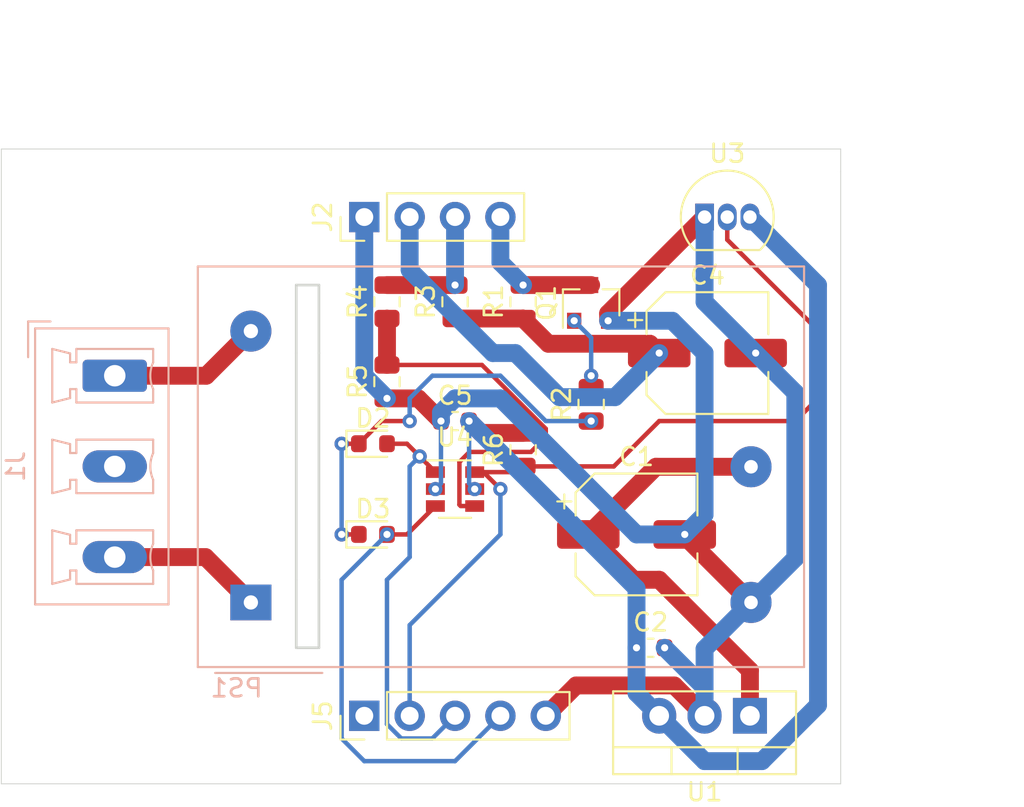
<source format=kicad_pcb>
(kicad_pcb (version 20171130) (host pcbnew "(5.1.6)-1")

  (general
    (thickness 1.6)
    (drawings 15)
    (tracks 144)
    (zones 0)
    (modules 20)
    (nets 15)
  )

  (page A4)
  (layers
    (0 F.Cu signal)
    (31 B.Cu signal)
    (32 B.Adhes user)
    (33 F.Adhes user)
    (34 B.Paste user)
    (35 F.Paste user)
    (36 B.SilkS user)
    (37 F.SilkS user)
    (38 B.Mask user)
    (39 F.Mask user)
    (40 Dwgs.User user)
    (41 Cmts.User user)
    (42 Eco1.User user)
    (43 Eco2.User user)
    (44 Edge.Cuts user)
    (45 Margin user)
    (46 B.CrtYd user)
    (47 F.CrtYd user)
    (48 B.Fab user)
    (49 F.Fab user)
  )

  (setup
    (last_trace_width 1)
    (user_trace_width 1)
    (trace_clearance 0.2)
    (zone_clearance 0.508)
    (zone_45_only no)
    (trace_min 0.2)
    (via_size 0.8)
    (via_drill 0.4)
    (via_min_size 0.4)
    (via_min_drill 0.3)
    (uvia_size 0.3)
    (uvia_drill 0.1)
    (uvias_allowed no)
    (uvia_min_size 0.2)
    (uvia_min_drill 0.1)
    (edge_width 0.05)
    (segment_width 0.2)
    (pcb_text_width 0.3)
    (pcb_text_size 1.5 1.5)
    (mod_edge_width 0.12)
    (mod_text_size 1 1)
    (mod_text_width 0.15)
    (pad_size 1.524 1.524)
    (pad_drill 0.762)
    (pad_to_mask_clearance 0.05)
    (aux_axis_origin 0 0)
    (visible_elements FFFFFF7F)
    (pcbplotparams
      (layerselection 0x010fc_ffffffff)
      (usegerberextensions false)
      (usegerberattributes true)
      (usegerberadvancedattributes true)
      (creategerberjobfile true)
      (excludeedgelayer true)
      (linewidth 0.100000)
      (plotframeref false)
      (viasonmask false)
      (mode 1)
      (useauxorigin false)
      (hpglpennumber 1)
      (hpglpenspeed 20)
      (hpglpendiameter 15.000000)
      (psnegative false)
      (psa4output false)
      (plotreference true)
      (plotvalue true)
      (plotinvisibletext false)
      (padsonsilk false)
      (subtractmaskfromsilk false)
      (outputformat 1)
      (mirror false)
      (drillshape 1)
      (scaleselection 1)
      (outputdirectory ""))
  )

  (net 0 "")
  (net 1 GND)
  (net 2 "Net-(C1-Pad1)")
  (net 3 +5V)
  (net 4 +12V)
  (net 5 DATA)
  (net 6 FAN-PWM)
  (net 7 CLOCK)
  (net 8 PWM)
  (net 9 TACH)
  (net 10 THERMOCOUPLE)
  (net 11 "Net-(Q1-Pad1)")
  (net 12 FAN-TACH)
  (net 13 "Net-(J1-Pad3)")
  (net 14 "Net-(J1-Pad1)")

  (net_class Default "This is the default net class."
    (clearance 0.2)
    (trace_width 0.25)
    (via_dia 0.8)
    (via_drill 0.4)
    (uvia_dia 0.3)
    (uvia_drill 0.1)
    (add_net +12V)
    (add_net +5V)
    (add_net CLOCK)
    (add_net DATA)
    (add_net FAN-PWM)
    (add_net FAN-TACH)
    (add_net GND)
    (add_net "Net-(C1-Pad1)")
    (add_net "Net-(J1-Pad1)")
    (add_net "Net-(J1-Pad3)")
    (add_net "Net-(Q1-Pad1)")
    (add_net PWM)
    (add_net TACH)
    (add_net THERMOCOUPLE)
  )

  (module Converter_ACDC:Converter_ACDC_MeanWell_IRM-02-xx_THT (layer B.Cu) (tedit 59FEFB72) (tstamp 608244EA)
    (at 148.59 116.84)
    (descr "ACDC-Converter, 2W, Meanwell, IRM-02, THT, https://www.meanwell.co.uk/media/productPDF/IRM-02-spec.pdf")
    (tags "ACDC-Converter 2W THT")
    (path /609D0698)
    (fp_text reference PS1 (at -0.8 4.8) (layer B.SilkS)
      (effects (font (size 1 1) (thickness 0.15)) (justify mirror))
    )
    (fp_text value IRM-02-12 (at 15.14 -20.15) (layer B.Fab)
      (effects (font (size 1 1) (thickness 0.15)) (justify mirror))
    )
    (fp_text user %R (at 14.03 -7.47) (layer B.Fab)
      (effects (font (size 1 1) (thickness 0.15)) (justify mirror))
    )
    (fp_line (start -3.1 -18.95) (end -3.1 3.75) (layer B.CrtYd) (width 0.05))
    (fp_line (start -3.1 3.75) (end 31.1 3.75) (layer B.CrtYd) (width 0.05))
    (fp_line (start 31.1 -18.95) (end 31.1 3.75) (layer B.CrtYd) (width 0.05))
    (fp_line (start -3.1 -18.95) (end 31.1 -18.95) (layer B.CrtYd) (width 0.05))
    (fp_line (start -2.97 -18.82) (end -2.97 3.62) (layer B.SilkS) (width 0.12))
    (fp_line (start 30.97 3.62) (end 30.97 -18.82) (layer B.SilkS) (width 0.12))
    (fp_line (start -2.97 3.62) (end 30.97 3.62) (layer B.SilkS) (width 0.12))
    (fp_line (start -2.97 -18.82) (end 30.97 -18.82) (layer B.SilkS) (width 0.12))
    (fp_line (start -2.85 -18.7) (end 30.85 -18.7) (layer B.Fab) (width 0.1))
    (fp_line (start 30.85 -18.7) (end 30.85 3.5) (layer B.Fab) (width 0.1))
    (fp_line (start -2.85 -18.7) (end -2.85 3.5) (layer B.Fab) (width 0.1))
    (fp_line (start 1 3.5) (end 30.85 3.5) (layer B.Fab) (width 0.1))
    (fp_line (start -1 3.5) (end -2.85 3.5) (layer B.Fab) (width 0.1))
    (fp_line (start 0 2.5) (end -1 3.5) (layer B.Fab) (width 0.1))
    (fp_line (start 1 3.5) (end 0 2.5) (layer B.Fab) (width 0.1))
    (fp_line (start -2 3.95) (end 4 3.95) (layer B.SilkS) (width 0.12))
    (pad 4 thru_hole circle (at 28 -7.6) (size 2.3 2.3) (drill 0.76) (layers *.Cu *.Mask)
      (net 2 "Net-(C1-Pad1)"))
    (pad 2 thru_hole circle (at 0 -15.2) (size 2.3 2.3) (drill 0.8) (layers *.Cu *.Mask)
      (net 14 "Net-(J1-Pad1)"))
    (pad 1 thru_hole rect (at 0 0) (size 2.3 2) (drill 0.8) (layers *.Cu *.Mask)
      (net 13 "Net-(J1-Pad3)"))
    (pad 3 thru_hole circle (at 28 0) (size 2.3 2.3) (drill 0.76) (layers *.Cu *.Mask)
      (net 1 GND))
    (model ${KISYS3DMOD}/Converter_ACDC.3dshapes/Converter_ACDC_MeanWell_IRM-02-xx_THT.wrl
      (at (xyz 0 0 0))
      (scale (xyz 1 1 1))
      (rotate (xyz 0 0 0))
    )
  )

  (module Capacitor_SMD:C_0603_1608Metric (layer F.Cu) (tedit 5B301BBE) (tstamp 60826E1C)
    (at 170.9675 119.38)
    (descr "Capacitor SMD 0603 (1608 Metric), square (rectangular) end terminal, IPC_7351 nominal, (Body size source: http://www.tortai-tech.com/upload/download/2011102023233369053.pdf), generated with kicad-footprint-generator")
    (tags capacitor)
    (path /60852235)
    (attr smd)
    (fp_text reference C2 (at 0 -1.43) (layer F.SilkS)
      (effects (font (size 1 1) (thickness 0.15)))
    )
    (fp_text value 1U (at 0 1.43) (layer F.Fab)
      (effects (font (size 1 1) (thickness 0.15)))
    )
    (fp_text user %R (at 0 0) (layer F.Fab)
      (effects (font (size 0.4 0.4) (thickness 0.06)))
    )
    (fp_line (start -0.8 0.4) (end -0.8 -0.4) (layer F.Fab) (width 0.1))
    (fp_line (start -0.8 -0.4) (end 0.8 -0.4) (layer F.Fab) (width 0.1))
    (fp_line (start 0.8 -0.4) (end 0.8 0.4) (layer F.Fab) (width 0.1))
    (fp_line (start 0.8 0.4) (end -0.8 0.4) (layer F.Fab) (width 0.1))
    (fp_line (start -0.162779 -0.51) (end 0.162779 -0.51) (layer F.SilkS) (width 0.12))
    (fp_line (start -0.162779 0.51) (end 0.162779 0.51) (layer F.SilkS) (width 0.12))
    (fp_line (start -1.48 0.73) (end -1.48 -0.73) (layer F.CrtYd) (width 0.05))
    (fp_line (start -1.48 -0.73) (end 1.48 -0.73) (layer F.CrtYd) (width 0.05))
    (fp_line (start 1.48 -0.73) (end 1.48 0.73) (layer F.CrtYd) (width 0.05))
    (fp_line (start 1.48 0.73) (end -1.48 0.73) (layer F.CrtYd) (width 0.05))
    (pad 2 smd roundrect (at 0.7875 0) (size 0.875 0.95) (layers F.Cu F.Paste F.Mask) (roundrect_rratio 0.25)
      (net 1 GND))
    (pad 1 smd roundrect (at -0.7875 0) (size 0.875 0.95) (layers F.Cu F.Paste F.Mask) (roundrect_rratio 0.25)
      (net 3 +5V))
    (model ${KISYS3DMOD}/Capacitor_SMD.3dshapes/C_0603_1608Metric.wrl
      (at (xyz 0 0 0))
      (scale (xyz 1 1 1))
      (rotate (xyz 0 0 0))
    )
  )

  (module Capacitor_SMD:CP_Elec_6.3x5.4_Nichicon (layer F.Cu) (tedit 5BCA39D0) (tstamp 6082C286)
    (at 174.15 102.87)
    (descr "SMD capacitor, aluminum electrolytic, Nichicon, 6.3x5.4mm")
    (tags "capacitor electrolytic")
    (path /60A2F526)
    (attr smd)
    (fp_text reference C4 (at 0 -4.35) (layer F.SilkS)
      (effects (font (size 1 1) (thickness 0.15)))
    )
    (fp_text value 10U (at 0 4.35) (layer F.Fab)
      (effects (font (size 1 1) (thickness 0.15)))
    )
    (fp_text user %R (at 0 0) (layer F.Fab)
      (effects (font (size 1 1) (thickness 0.15)))
    )
    (fp_circle (center 0 0) (end 3.15 0) (layer F.Fab) (width 0.1))
    (fp_line (start 3.3 -3.3) (end 3.3 3.3) (layer F.Fab) (width 0.1))
    (fp_line (start -2.3 -3.3) (end 3.3 -3.3) (layer F.Fab) (width 0.1))
    (fp_line (start -2.3 3.3) (end 3.3 3.3) (layer F.Fab) (width 0.1))
    (fp_line (start -3.3 -2.3) (end -3.3 2.3) (layer F.Fab) (width 0.1))
    (fp_line (start -3.3 -2.3) (end -2.3 -3.3) (layer F.Fab) (width 0.1))
    (fp_line (start -3.3 2.3) (end -2.3 3.3) (layer F.Fab) (width 0.1))
    (fp_line (start -2.704838 -1.33) (end -2.074838 -1.33) (layer F.Fab) (width 0.1))
    (fp_line (start -2.389838 -1.645) (end -2.389838 -1.015) (layer F.Fab) (width 0.1))
    (fp_line (start 3.41 3.41) (end 3.41 1.06) (layer F.SilkS) (width 0.12))
    (fp_line (start 3.41 -3.41) (end 3.41 -1.06) (layer F.SilkS) (width 0.12))
    (fp_line (start -2.345563 -3.41) (end 3.41 -3.41) (layer F.SilkS) (width 0.12))
    (fp_line (start -2.345563 3.41) (end 3.41 3.41) (layer F.SilkS) (width 0.12))
    (fp_line (start -3.41 2.345563) (end -3.41 1.06) (layer F.SilkS) (width 0.12))
    (fp_line (start -3.41 -2.345563) (end -3.41 -1.06) (layer F.SilkS) (width 0.12))
    (fp_line (start -3.41 -2.345563) (end -2.345563 -3.41) (layer F.SilkS) (width 0.12))
    (fp_line (start -3.41 2.345563) (end -2.345563 3.41) (layer F.SilkS) (width 0.12))
    (fp_line (start -4.4375 -1.8475) (end -3.65 -1.8475) (layer F.SilkS) (width 0.12))
    (fp_line (start -4.04375 -2.24125) (end -4.04375 -1.45375) (layer F.SilkS) (width 0.12))
    (fp_line (start 3.55 -3.55) (end 3.55 -1.05) (layer F.CrtYd) (width 0.05))
    (fp_line (start 3.55 -1.05) (end 4.7 -1.05) (layer F.CrtYd) (width 0.05))
    (fp_line (start 4.7 -1.05) (end 4.7 1.05) (layer F.CrtYd) (width 0.05))
    (fp_line (start 4.7 1.05) (end 3.55 1.05) (layer F.CrtYd) (width 0.05))
    (fp_line (start 3.55 1.05) (end 3.55 3.55) (layer F.CrtYd) (width 0.05))
    (fp_line (start -2.4 3.55) (end 3.55 3.55) (layer F.CrtYd) (width 0.05))
    (fp_line (start -2.4 -3.55) (end 3.55 -3.55) (layer F.CrtYd) (width 0.05))
    (fp_line (start -3.55 2.4) (end -2.4 3.55) (layer F.CrtYd) (width 0.05))
    (fp_line (start -3.55 -2.4) (end -2.4 -3.55) (layer F.CrtYd) (width 0.05))
    (fp_line (start -3.55 -2.4) (end -3.55 -1.05) (layer F.CrtYd) (width 0.05))
    (fp_line (start -3.55 1.05) (end -3.55 2.4) (layer F.CrtYd) (width 0.05))
    (fp_line (start -3.55 -1.05) (end -4.7 -1.05) (layer F.CrtYd) (width 0.05))
    (fp_line (start -4.7 -1.05) (end -4.7 1.05) (layer F.CrtYd) (width 0.05))
    (fp_line (start -4.7 1.05) (end -3.55 1.05) (layer F.CrtYd) (width 0.05))
    (pad 2 smd roundrect (at 2.7 0) (size 3.5 1.6) (layers F.Cu F.Paste F.Mask) (roundrect_rratio 0.15625)
      (net 1 GND))
    (pad 1 smd roundrect (at -2.7 0) (size 3.5 1.6) (layers F.Cu F.Paste F.Mask) (roundrect_rratio 0.15625)
      (net 4 +12V))
    (model ${KISYS3DMOD}/Capacitor_SMD.3dshapes/CP_Elec_6.3x5.4_Nichicon.wrl
      (at (xyz 0 0 0))
      (scale (xyz 1 1 1))
      (rotate (xyz 0 0 0))
    )
  )

  (module Package_TO_SOT_SMD:SOT-23-6 (layer F.Cu) (tedit 5A02FF57) (tstamp 608245A7)
    (at 160.02 110.49)
    (descr "6-pin SOT-23 package")
    (tags SOT-23-6)
    (path /608F4B19)
    (attr smd)
    (fp_text reference U4 (at 0 -2.9) (layer F.SilkS)
      (effects (font (size 1 1) (thickness 0.15)))
    )
    (fp_text value ATtiny5-TS (at 0 2.9) (layer F.Fab)
      (effects (font (size 1 1) (thickness 0.15)))
    )
    (fp_text user %R (at 0 0 90) (layer F.Fab)
      (effects (font (size 0.5 0.5) (thickness 0.075)))
    )
    (fp_line (start -0.9 1.61) (end 0.9 1.61) (layer F.SilkS) (width 0.12))
    (fp_line (start 0.9 -1.61) (end -1.55 -1.61) (layer F.SilkS) (width 0.12))
    (fp_line (start 1.9 -1.8) (end -1.9 -1.8) (layer F.CrtYd) (width 0.05))
    (fp_line (start 1.9 1.8) (end 1.9 -1.8) (layer F.CrtYd) (width 0.05))
    (fp_line (start -1.9 1.8) (end 1.9 1.8) (layer F.CrtYd) (width 0.05))
    (fp_line (start -1.9 -1.8) (end -1.9 1.8) (layer F.CrtYd) (width 0.05))
    (fp_line (start -0.9 -0.9) (end -0.25 -1.55) (layer F.Fab) (width 0.1))
    (fp_line (start 0.9 -1.55) (end -0.25 -1.55) (layer F.Fab) (width 0.1))
    (fp_line (start -0.9 -0.9) (end -0.9 1.55) (layer F.Fab) (width 0.1))
    (fp_line (start 0.9 1.55) (end -0.9 1.55) (layer F.Fab) (width 0.1))
    (fp_line (start 0.9 -1.55) (end 0.9 1.55) (layer F.Fab) (width 0.1))
    (pad 5 smd rect (at 1.1 0) (size 1.06 0.65) (layers F.Cu F.Paste F.Mask)
      (net 3 +5V))
    (pad 6 smd rect (at 1.1 -0.95) (size 1.06 0.65) (layers F.Cu F.Paste F.Mask)
      (net 10 THERMOCOUPLE))
    (pad 4 smd rect (at 1.1 0.95) (size 1.06 0.65) (layers F.Cu F.Paste F.Mask)
      (net 12 FAN-TACH))
    (pad 3 smd rect (at -1.1 0.95) (size 1.06 0.65) (layers F.Cu F.Paste F.Mask)
      (net 7 CLOCK))
    (pad 2 smd rect (at -1.1 0) (size 1.06 0.65) (layers F.Cu F.Paste F.Mask)
      (net 1 GND))
    (pad 1 smd rect (at -1.1 -0.95) (size 1.06 0.65) (layers F.Cu F.Paste F.Mask)
      (net 5 DATA))
    (model ${KISYS3DMOD}/Package_TO_SOT_SMD.3dshapes/SOT-23-6.wrl
      (at (xyz 0 0 0))
      (scale (xyz 1 1 1))
      (rotate (xyz 0 0 0))
    )
  )

  (module Package_TO_SOT_THT:TO-92_Inline (layer F.Cu) (tedit 5A1DD157) (tstamp 60824591)
    (at 173.99 95.25)
    (descr "TO-92 leads in-line, narrow, oval pads, drill 0.75mm (see NXP sot054_po.pdf)")
    (tags "to-92 sc-43 sc-43a sot54 PA33 transistor")
    (path /608F79FE)
    (fp_text reference U3 (at 1.27 -3.56) (layer F.SilkS)
      (effects (font (size 1 1) (thickness 0.15)))
    )
    (fp_text value DS18B20 (at 1.27 2.79) (layer F.Fab)
      (effects (font (size 1 1) (thickness 0.15)))
    )
    (fp_arc (start 1.27 0) (end 1.27 -2.6) (angle 135) (layer F.SilkS) (width 0.12))
    (fp_arc (start 1.27 0) (end 1.27 -2.48) (angle -135) (layer F.Fab) (width 0.1))
    (fp_arc (start 1.27 0) (end 1.27 -2.6) (angle -135) (layer F.SilkS) (width 0.12))
    (fp_arc (start 1.27 0) (end 1.27 -2.48) (angle 135) (layer F.Fab) (width 0.1))
    (fp_text user %R (at 1.27 -3.56) (layer F.Fab)
      (effects (font (size 1 1) (thickness 0.15)))
    )
    (fp_line (start -0.53 1.85) (end 3.07 1.85) (layer F.SilkS) (width 0.12))
    (fp_line (start -0.5 1.75) (end 3 1.75) (layer F.Fab) (width 0.1))
    (fp_line (start -1.46 -2.73) (end 4 -2.73) (layer F.CrtYd) (width 0.05))
    (fp_line (start -1.46 -2.73) (end -1.46 2.01) (layer F.CrtYd) (width 0.05))
    (fp_line (start 4 2.01) (end 4 -2.73) (layer F.CrtYd) (width 0.05))
    (fp_line (start 4 2.01) (end -1.46 2.01) (layer F.CrtYd) (width 0.05))
    (pad 1 thru_hole rect (at 0 0) (size 1.05 1.5) (drill 0.75) (layers *.Cu *.Mask)
      (net 1 GND))
    (pad 3 thru_hole oval (at 2.54 0) (size 1.05 1.5) (drill 0.75) (layers *.Cu *.Mask)
      (net 3 +5V))
    (pad 2 thru_hole oval (at 1.27 0) (size 1.05 1.5) (drill 0.75) (layers *.Cu *.Mask)
      (net 10 THERMOCOUPLE))
    (model ${KISYS3DMOD}/Package_TO_SOT_THT.3dshapes/TO-92_Inline.wrl
      (at (xyz 0 0 0))
      (scale (xyz 1 1 1))
      (rotate (xyz 0 0 0))
    )
  )

  (module Package_TO_SOT_THT:TO-220-3_Vertical (layer F.Cu) (tedit 5AC8BA0D) (tstamp 6082457F)
    (at 176.53 123.19 180)
    (descr "TO-220-3, Vertical, RM 2.54mm, see https://www.vishay.com/docs/66542/to-220-1.pdf")
    (tags "TO-220-3 Vertical RM 2.54mm")
    (path /60843850)
    (fp_text reference U1 (at 2.54 -4.27) (layer F.SilkS)
      (effects (font (size 1 1) (thickness 0.15)))
    )
    (fp_text value LM7805_TO220 (at 2.54 2.5) (layer F.Fab)
      (effects (font (size 1 1) (thickness 0.15)))
    )
    (fp_text user %R (at 2.54 -4.27) (layer F.Fab)
      (effects (font (size 1 1) (thickness 0.15)))
    )
    (fp_line (start -2.46 -3.15) (end -2.46 1.25) (layer F.Fab) (width 0.1))
    (fp_line (start -2.46 1.25) (end 7.54 1.25) (layer F.Fab) (width 0.1))
    (fp_line (start 7.54 1.25) (end 7.54 -3.15) (layer F.Fab) (width 0.1))
    (fp_line (start 7.54 -3.15) (end -2.46 -3.15) (layer F.Fab) (width 0.1))
    (fp_line (start -2.46 -1.88) (end 7.54 -1.88) (layer F.Fab) (width 0.1))
    (fp_line (start 0.69 -3.15) (end 0.69 -1.88) (layer F.Fab) (width 0.1))
    (fp_line (start 4.39 -3.15) (end 4.39 -1.88) (layer F.Fab) (width 0.1))
    (fp_line (start -2.58 -3.27) (end 7.66 -3.27) (layer F.SilkS) (width 0.12))
    (fp_line (start -2.58 1.371) (end 7.66 1.371) (layer F.SilkS) (width 0.12))
    (fp_line (start -2.58 -3.27) (end -2.58 1.371) (layer F.SilkS) (width 0.12))
    (fp_line (start 7.66 -3.27) (end 7.66 1.371) (layer F.SilkS) (width 0.12))
    (fp_line (start -2.58 -1.76) (end 7.66 -1.76) (layer F.SilkS) (width 0.12))
    (fp_line (start 0.69 -3.27) (end 0.69 -1.76) (layer F.SilkS) (width 0.12))
    (fp_line (start 4.391 -3.27) (end 4.391 -1.76) (layer F.SilkS) (width 0.12))
    (fp_line (start -2.71 -3.4) (end -2.71 1.51) (layer F.CrtYd) (width 0.05))
    (fp_line (start -2.71 1.51) (end 7.79 1.51) (layer F.CrtYd) (width 0.05))
    (fp_line (start 7.79 1.51) (end 7.79 -3.4) (layer F.CrtYd) (width 0.05))
    (fp_line (start 7.79 -3.4) (end -2.71 -3.4) (layer F.CrtYd) (width 0.05))
    (pad 3 thru_hole oval (at 5.08 0 180) (size 1.905 2) (drill 1.1) (layers *.Cu *.Mask)
      (net 3 +5V))
    (pad 2 thru_hole oval (at 2.54 0 180) (size 1.905 2) (drill 1.1) (layers *.Cu *.Mask)
      (net 1 GND))
    (pad 1 thru_hole rect (at 0 0 180) (size 1.905 2) (drill 1.1) (layers *.Cu *.Mask)
      (net 2 "Net-(C1-Pad1)"))
    (model ${KISYS3DMOD}/Package_TO_SOT_THT.3dshapes/TO-220-3_Vertical.wrl
      (at (xyz 0 0 0))
      (scale (xyz 1 1 1))
      (rotate (xyz 0 0 0))
    )
  )

  (module Resistor_SMD:R_0805_2012Metric (layer F.Cu) (tedit 5B36C52B) (tstamp 60824565)
    (at 163.83 108.2825 90)
    (descr "Resistor SMD 0805 (2012 Metric), square (rectangular) end terminal, IPC_7351 nominal, (Body size source: https://docs.google.com/spreadsheets/d/1BsfQQcO9C6DZCsRaXUlFlo91Tg2WpOkGARC1WS5S8t0/edit?usp=sharing), generated with kicad-footprint-generator")
    (tags resistor)
    (path /6090859F)
    (attr smd)
    (fp_text reference R6 (at 0 -1.65 90) (layer F.SilkS)
      (effects (font (size 1 1) (thickness 0.15)))
    )
    (fp_text value 4K7/1% (at 0 1.65 90) (layer F.Fab)
      (effects (font (size 1 1) (thickness 0.15)))
    )
    (fp_text user %R (at 0 0 90) (layer F.Fab)
      (effects (font (size 0.5 0.5) (thickness 0.08)))
    )
    (fp_line (start -1 0.6) (end -1 -0.6) (layer F.Fab) (width 0.1))
    (fp_line (start -1 -0.6) (end 1 -0.6) (layer F.Fab) (width 0.1))
    (fp_line (start 1 -0.6) (end 1 0.6) (layer F.Fab) (width 0.1))
    (fp_line (start 1 0.6) (end -1 0.6) (layer F.Fab) (width 0.1))
    (fp_line (start -0.258578 -0.71) (end 0.258578 -0.71) (layer F.SilkS) (width 0.12))
    (fp_line (start -0.258578 0.71) (end 0.258578 0.71) (layer F.SilkS) (width 0.12))
    (fp_line (start -1.68 0.95) (end -1.68 -0.95) (layer F.CrtYd) (width 0.05))
    (fp_line (start -1.68 -0.95) (end 1.68 -0.95) (layer F.CrtYd) (width 0.05))
    (fp_line (start 1.68 -0.95) (end 1.68 0.95) (layer F.CrtYd) (width 0.05))
    (fp_line (start 1.68 0.95) (end -1.68 0.95) (layer F.CrtYd) (width 0.05))
    (pad 2 smd roundrect (at 0.9375 0 90) (size 0.975 1.4) (layers F.Cu F.Paste F.Mask) (roundrect_rratio 0.25)
      (net 3 +5V))
    (pad 1 smd roundrect (at -0.9375 0 90) (size 0.975 1.4) (layers F.Cu F.Paste F.Mask) (roundrect_rratio 0.25)
      (net 10 THERMOCOUPLE))
    (model ${KISYS3DMOD}/Resistor_SMD.3dshapes/R_0805_2012Metric.wrl
      (at (xyz 0 0 0))
      (scale (xyz 1 1 1))
      (rotate (xyz 0 0 0))
    )
  )

  (module Resistor_SMD:R_0805_2012Metric (layer F.Cu) (tedit 5B36C52B) (tstamp 60824554)
    (at 156.21 104.4725 90)
    (descr "Resistor SMD 0805 (2012 Metric), square (rectangular) end terminal, IPC_7351 nominal, (Body size source: https://docs.google.com/spreadsheets/d/1BsfQQcO9C6DZCsRaXUlFlo91Tg2WpOkGARC1WS5S8t0/edit?usp=sharing), generated with kicad-footprint-generator")
    (tags resistor)
    (path /60898EDF)
    (attr smd)
    (fp_text reference R5 (at 0 -1.65 90) (layer F.SilkS)
      (effects (font (size 1 1) (thickness 0.15)))
    )
    (fp_text value 10K/1% (at 0 1.65 90) (layer F.Fab)
      (effects (font (size 1 1) (thickness 0.15)))
    )
    (fp_text user %R (at 0 0 90) (layer F.Fab)
      (effects (font (size 0.5 0.5) (thickness 0.08)))
    )
    (fp_line (start -1 0.6) (end -1 -0.6) (layer F.Fab) (width 0.1))
    (fp_line (start -1 -0.6) (end 1 -0.6) (layer F.Fab) (width 0.1))
    (fp_line (start 1 -0.6) (end 1 0.6) (layer F.Fab) (width 0.1))
    (fp_line (start 1 0.6) (end -1 0.6) (layer F.Fab) (width 0.1))
    (fp_line (start -0.258578 -0.71) (end 0.258578 -0.71) (layer F.SilkS) (width 0.12))
    (fp_line (start -0.258578 0.71) (end 0.258578 0.71) (layer F.SilkS) (width 0.12))
    (fp_line (start -1.68 0.95) (end -1.68 -0.95) (layer F.CrtYd) (width 0.05))
    (fp_line (start -1.68 -0.95) (end 1.68 -0.95) (layer F.CrtYd) (width 0.05))
    (fp_line (start 1.68 -0.95) (end 1.68 0.95) (layer F.CrtYd) (width 0.05))
    (fp_line (start 1.68 0.95) (end -1.68 0.95) (layer F.CrtYd) (width 0.05))
    (pad 2 smd roundrect (at 0.9375 0 90) (size 0.975 1.4) (layers F.Cu F.Paste F.Mask) (roundrect_rratio 0.25)
      (net 12 FAN-TACH))
    (pad 1 smd roundrect (at -0.9375 0 90) (size 0.975 1.4) (layers F.Cu F.Paste F.Mask) (roundrect_rratio 0.25)
      (net 1 GND))
    (model ${KISYS3DMOD}/Resistor_SMD.3dshapes/R_0805_2012Metric.wrl
      (at (xyz 0 0 0))
      (scale (xyz 1 1 1))
      (rotate (xyz 0 0 0))
    )
  )

  (module Resistor_SMD:R_0805_2012Metric (layer F.Cu) (tedit 5B36C52B) (tstamp 60824543)
    (at 156.21 99.9975 90)
    (descr "Resistor SMD 0805 (2012 Metric), square (rectangular) end terminal, IPC_7351 nominal, (Body size source: https://docs.google.com/spreadsheets/d/1BsfQQcO9C6DZCsRaXUlFlo91Tg2WpOkGARC1WS5S8t0/edit?usp=sharing), generated with kicad-footprint-generator")
    (tags resistor)
    (path /60899A2C)
    (attr smd)
    (fp_text reference R4 (at 0 -1.65 90) (layer F.SilkS)
      (effects (font (size 1 1) (thickness 0.15)))
    )
    (fp_text value 27K4/1% (at 0 1.65 90) (layer F.Fab)
      (effects (font (size 1 1) (thickness 0.15)))
    )
    (fp_text user %R (at 0 0 90) (layer F.Fab)
      (effects (font (size 0.5 0.5) (thickness 0.08)))
    )
    (fp_line (start -1 0.6) (end -1 -0.6) (layer F.Fab) (width 0.1))
    (fp_line (start -1 -0.6) (end 1 -0.6) (layer F.Fab) (width 0.1))
    (fp_line (start 1 -0.6) (end 1 0.6) (layer F.Fab) (width 0.1))
    (fp_line (start 1 0.6) (end -1 0.6) (layer F.Fab) (width 0.1))
    (fp_line (start -0.258578 -0.71) (end 0.258578 -0.71) (layer F.SilkS) (width 0.12))
    (fp_line (start -0.258578 0.71) (end 0.258578 0.71) (layer F.SilkS) (width 0.12))
    (fp_line (start -1.68 0.95) (end -1.68 -0.95) (layer F.CrtYd) (width 0.05))
    (fp_line (start -1.68 -0.95) (end 1.68 -0.95) (layer F.CrtYd) (width 0.05))
    (fp_line (start 1.68 -0.95) (end 1.68 0.95) (layer F.CrtYd) (width 0.05))
    (fp_line (start 1.68 0.95) (end -1.68 0.95) (layer F.CrtYd) (width 0.05))
    (pad 2 smd roundrect (at 0.9375 0 90) (size 0.975 1.4) (layers F.Cu F.Paste F.Mask) (roundrect_rratio 0.25)
      (net 9 TACH))
    (pad 1 smd roundrect (at -0.9375 0 90) (size 0.975 1.4) (layers F.Cu F.Paste F.Mask) (roundrect_rratio 0.25)
      (net 12 FAN-TACH))
    (model ${KISYS3DMOD}/Resistor_SMD.3dshapes/R_0805_2012Metric.wrl
      (at (xyz 0 0 0))
      (scale (xyz 1 1 1))
      (rotate (xyz 0 0 0))
    )
  )

  (module Resistor_SMD:R_0805_2012Metric (layer F.Cu) (tedit 5B36C52B) (tstamp 60824532)
    (at 160.02 99.9975 90)
    (descr "Resistor SMD 0805 (2012 Metric), square (rectangular) end terminal, IPC_7351 nominal, (Body size source: https://docs.google.com/spreadsheets/d/1BsfQQcO9C6DZCsRaXUlFlo91Tg2WpOkGARC1WS5S8t0/edit?usp=sharing), generated with kicad-footprint-generator")
    (tags resistor)
    (path /6089842F)
    (attr smd)
    (fp_text reference R3 (at 0 -1.65 90) (layer F.SilkS)
      (effects (font (size 1 1) (thickness 0.15)))
    )
    (fp_text value 4K7/1% (at 0 1.65 90) (layer F.Fab)
      (effects (font (size 1 1) (thickness 0.15)))
    )
    (fp_text user %R (at 0 0 90) (layer F.Fab)
      (effects (font (size 0.5 0.5) (thickness 0.08)))
    )
    (fp_line (start -1 0.6) (end -1 -0.6) (layer F.Fab) (width 0.1))
    (fp_line (start -1 -0.6) (end 1 -0.6) (layer F.Fab) (width 0.1))
    (fp_line (start 1 -0.6) (end 1 0.6) (layer F.Fab) (width 0.1))
    (fp_line (start 1 0.6) (end -1 0.6) (layer F.Fab) (width 0.1))
    (fp_line (start -0.258578 -0.71) (end 0.258578 -0.71) (layer F.SilkS) (width 0.12))
    (fp_line (start -0.258578 0.71) (end 0.258578 0.71) (layer F.SilkS) (width 0.12))
    (fp_line (start -1.68 0.95) (end -1.68 -0.95) (layer F.CrtYd) (width 0.05))
    (fp_line (start -1.68 -0.95) (end 1.68 -0.95) (layer F.CrtYd) (width 0.05))
    (fp_line (start 1.68 -0.95) (end 1.68 0.95) (layer F.CrtYd) (width 0.05))
    (fp_line (start 1.68 0.95) (end -1.68 0.95) (layer F.CrtYd) (width 0.05))
    (pad 2 smd roundrect (at 0.9375 0 90) (size 0.975 1.4) (layers F.Cu F.Paste F.Mask) (roundrect_rratio 0.25)
      (net 9 TACH))
    (pad 1 smd roundrect (at -0.9375 0 90) (size 0.975 1.4) (layers F.Cu F.Paste F.Mask) (roundrect_rratio 0.25)
      (net 4 +12V))
    (model ${KISYS3DMOD}/Resistor_SMD.3dshapes/R_0805_2012Metric.wrl
      (at (xyz 0 0 0))
      (scale (xyz 1 1 1))
      (rotate (xyz 0 0 0))
    )
  )

  (module Resistor_SMD:R_0805_2012Metric (layer F.Cu) (tedit 5B36C52B) (tstamp 6082B692)
    (at 167.64 105.7425 90)
    (descr "Resistor SMD 0805 (2012 Metric), square (rectangular) end terminal, IPC_7351 nominal, (Body size source: https://docs.google.com/spreadsheets/d/1BsfQQcO9C6DZCsRaXUlFlo91Tg2WpOkGARC1WS5S8t0/edit?usp=sharing), generated with kicad-footprint-generator")
    (tags resistor)
    (path /60899DBE)
    (attr smd)
    (fp_text reference R2 (at 0 -1.65 90) (layer F.SilkS)
      (effects (font (size 1 1) (thickness 0.15)))
    )
    (fp_text value 4K7/1% (at 0 1.65 90) (layer F.Fab)
      (effects (font (size 1 1) (thickness 0.15)))
    )
    (fp_text user %R (at 0 0 90) (layer F.Fab)
      (effects (font (size 0.5 0.5) (thickness 0.08)))
    )
    (fp_line (start -1 0.6) (end -1 -0.6) (layer F.Fab) (width 0.1))
    (fp_line (start -1 -0.6) (end 1 -0.6) (layer F.Fab) (width 0.1))
    (fp_line (start 1 -0.6) (end 1 0.6) (layer F.Fab) (width 0.1))
    (fp_line (start 1 0.6) (end -1 0.6) (layer F.Fab) (width 0.1))
    (fp_line (start -0.258578 -0.71) (end 0.258578 -0.71) (layer F.SilkS) (width 0.12))
    (fp_line (start -0.258578 0.71) (end 0.258578 0.71) (layer F.SilkS) (width 0.12))
    (fp_line (start -1.68 0.95) (end -1.68 -0.95) (layer F.CrtYd) (width 0.05))
    (fp_line (start -1.68 -0.95) (end 1.68 -0.95) (layer F.CrtYd) (width 0.05))
    (fp_line (start 1.68 -0.95) (end 1.68 0.95) (layer F.CrtYd) (width 0.05))
    (fp_line (start 1.68 0.95) (end -1.68 0.95) (layer F.CrtYd) (width 0.05))
    (pad 2 smd roundrect (at 0.9375 0 90) (size 0.975 1.4) (layers F.Cu F.Paste F.Mask) (roundrect_rratio 0.25)
      (net 11 "Net-(Q1-Pad1)"))
    (pad 1 smd roundrect (at -0.9375 0 90) (size 0.975 1.4) (layers F.Cu F.Paste F.Mask) (roundrect_rratio 0.25)
      (net 6 FAN-PWM))
    (model ${KISYS3DMOD}/Resistor_SMD.3dshapes/R_0805_2012Metric.wrl
      (at (xyz 0 0 0))
      (scale (xyz 1 1 1))
      (rotate (xyz 0 0 0))
    )
  )

  (module Resistor_SMD:R_0805_2012Metric (layer F.Cu) (tedit 5B36C52B) (tstamp 60824510)
    (at 163.83 99.9975 90)
    (descr "Resistor SMD 0805 (2012 Metric), square (rectangular) end terminal, IPC_7351 nominal, (Body size source: https://docs.google.com/spreadsheets/d/1BsfQQcO9C6DZCsRaXUlFlo91Tg2WpOkGARC1WS5S8t0/edit?usp=sharing), generated with kicad-footprint-generator")
    (tags resistor)
    (path /608CED3C)
    (attr smd)
    (fp_text reference R1 (at 0 -1.65 90) (layer F.SilkS)
      (effects (font (size 1 1) (thickness 0.15)))
    )
    (fp_text value 4K7/1% (at 0 1.65 90) (layer F.Fab)
      (effects (font (size 1 1) (thickness 0.15)))
    )
    (fp_text user %R (at 0 0 90) (layer F.Fab)
      (effects (font (size 0.5 0.5) (thickness 0.08)))
    )
    (fp_line (start -1 0.6) (end -1 -0.6) (layer F.Fab) (width 0.1))
    (fp_line (start -1 -0.6) (end 1 -0.6) (layer F.Fab) (width 0.1))
    (fp_line (start 1 -0.6) (end 1 0.6) (layer F.Fab) (width 0.1))
    (fp_line (start 1 0.6) (end -1 0.6) (layer F.Fab) (width 0.1))
    (fp_line (start -0.258578 -0.71) (end 0.258578 -0.71) (layer F.SilkS) (width 0.12))
    (fp_line (start -0.258578 0.71) (end 0.258578 0.71) (layer F.SilkS) (width 0.12))
    (fp_line (start -1.68 0.95) (end -1.68 -0.95) (layer F.CrtYd) (width 0.05))
    (fp_line (start -1.68 -0.95) (end 1.68 -0.95) (layer F.CrtYd) (width 0.05))
    (fp_line (start 1.68 -0.95) (end 1.68 0.95) (layer F.CrtYd) (width 0.05))
    (fp_line (start 1.68 0.95) (end -1.68 0.95) (layer F.CrtYd) (width 0.05))
    (pad 2 smd roundrect (at 0.9375 0 90) (size 0.975 1.4) (layers F.Cu F.Paste F.Mask) (roundrect_rratio 0.25)
      (net 8 PWM))
    (pad 1 smd roundrect (at -0.9375 0 90) (size 0.975 1.4) (layers F.Cu F.Paste F.Mask) (roundrect_rratio 0.25)
      (net 4 +12V))
    (model ${KISYS3DMOD}/Resistor_SMD.3dshapes/R_0805_2012Metric.wrl
      (at (xyz 0 0 0))
      (scale (xyz 1 1 1))
      (rotate (xyz 0 0 0))
    )
  )

  (module Package_TO_SOT_SMD:SOT-23 (layer F.Cu) (tedit 5A02FF57) (tstamp 608244FF)
    (at 167.64 100.06 90)
    (descr "SOT-23, Standard")
    (tags SOT-23)
    (path /608CB0E3)
    (attr smd)
    (fp_text reference Q1 (at 0 -2.5 90) (layer F.SilkS)
      (effects (font (size 1 1) (thickness 0.15)))
    )
    (fp_text value MMBT3904 (at 0 2.5 90) (layer F.Fab)
      (effects (font (size 1 1) (thickness 0.15)))
    )
    (fp_text user %R (at 0 0) (layer F.Fab)
      (effects (font (size 0.5 0.5) (thickness 0.075)))
    )
    (fp_line (start -0.7 -0.95) (end -0.7 1.5) (layer F.Fab) (width 0.1))
    (fp_line (start -0.15 -1.52) (end 0.7 -1.52) (layer F.Fab) (width 0.1))
    (fp_line (start -0.7 -0.95) (end -0.15 -1.52) (layer F.Fab) (width 0.1))
    (fp_line (start 0.7 -1.52) (end 0.7 1.52) (layer F.Fab) (width 0.1))
    (fp_line (start -0.7 1.52) (end 0.7 1.52) (layer F.Fab) (width 0.1))
    (fp_line (start 0.76 1.58) (end 0.76 0.65) (layer F.SilkS) (width 0.12))
    (fp_line (start 0.76 -1.58) (end 0.76 -0.65) (layer F.SilkS) (width 0.12))
    (fp_line (start -1.7 -1.75) (end 1.7 -1.75) (layer F.CrtYd) (width 0.05))
    (fp_line (start 1.7 -1.75) (end 1.7 1.75) (layer F.CrtYd) (width 0.05))
    (fp_line (start 1.7 1.75) (end -1.7 1.75) (layer F.CrtYd) (width 0.05))
    (fp_line (start -1.7 1.75) (end -1.7 -1.75) (layer F.CrtYd) (width 0.05))
    (fp_line (start 0.76 -1.58) (end -1.4 -1.58) (layer F.SilkS) (width 0.12))
    (fp_line (start 0.76 1.58) (end -0.7 1.58) (layer F.SilkS) (width 0.12))
    (pad 3 smd rect (at 1 0 90) (size 0.9 0.8) (layers F.Cu F.Paste F.Mask)
      (net 8 PWM))
    (pad 2 smd rect (at -1 0.95 90) (size 0.9 0.8) (layers F.Cu F.Paste F.Mask)
      (net 1 GND))
    (pad 1 smd rect (at -1 -0.95 90) (size 0.9 0.8) (layers F.Cu F.Paste F.Mask)
      (net 11 "Net-(Q1-Pad1)"))
    (model ${KISYS3DMOD}/Package_TO_SOT_SMD.3dshapes/SOT-23.wrl
      (at (xyz 0 0 0))
      (scale (xyz 1 1 1))
      (rotate (xyz 0 0 0))
    )
  )

  (module Connector_PinHeader_2.54mm:PinHeader_1x05_P2.54mm_Vertical (layer F.Cu) (tedit 59FED5CC) (tstamp 608244D1)
    (at 154.94 123.19 90)
    (descr "Through hole straight pin header, 1x05, 2.54mm pitch, single row")
    (tags "Through hole pin header THT 1x05 2.54mm single row")
    (path /6096836B)
    (fp_text reference J5 (at 0 -2.33 90) (layer F.SilkS)
      (effects (font (size 1 1) (thickness 0.15)))
    )
    (fp_text value PROGRAMMING (at 2.54 3.81 180) (layer F.Fab)
      (effects (font (size 1 1) (thickness 0.15)))
    )
    (fp_text user %R (at 0 5.08) (layer F.Fab)
      (effects (font (size 1 1) (thickness 0.15)))
    )
    (fp_line (start -0.635 -1.27) (end 1.27 -1.27) (layer F.Fab) (width 0.1))
    (fp_line (start 1.27 -1.27) (end 1.27 11.43) (layer F.Fab) (width 0.1))
    (fp_line (start 1.27 11.43) (end -1.27 11.43) (layer F.Fab) (width 0.1))
    (fp_line (start -1.27 11.43) (end -1.27 -0.635) (layer F.Fab) (width 0.1))
    (fp_line (start -1.27 -0.635) (end -0.635 -1.27) (layer F.Fab) (width 0.1))
    (fp_line (start -1.33 11.49) (end 1.33 11.49) (layer F.SilkS) (width 0.12))
    (fp_line (start -1.33 1.27) (end -1.33 11.49) (layer F.SilkS) (width 0.12))
    (fp_line (start 1.33 1.27) (end 1.33 11.49) (layer F.SilkS) (width 0.12))
    (fp_line (start -1.33 1.27) (end 1.33 1.27) (layer F.SilkS) (width 0.12))
    (fp_line (start -1.33 0) (end -1.33 -1.33) (layer F.SilkS) (width 0.12))
    (fp_line (start -1.33 -1.33) (end 0 -1.33) (layer F.SilkS) (width 0.12))
    (fp_line (start -1.8 -1.8) (end -1.8 11.95) (layer F.CrtYd) (width 0.05))
    (fp_line (start -1.8 11.95) (end 1.8 11.95) (layer F.CrtYd) (width 0.05))
    (fp_line (start 1.8 11.95) (end 1.8 -1.8) (layer F.CrtYd) (width 0.05))
    (fp_line (start 1.8 -1.8) (end -1.8 -1.8) (layer F.CrtYd) (width 0.05))
    (pad 5 thru_hole oval (at 0 10.16 90) (size 1.7 1.7) (drill 1) (layers *.Cu *.Mask)
      (net 1 GND))
    (pad 4 thru_hole oval (at 0 7.62 90) (size 1.7 1.7) (drill 1) (layers *.Cu *.Mask)
      (net 7 CLOCK))
    (pad 3 thru_hole oval (at 0 5.08 90) (size 1.7 1.7) (drill 1) (layers *.Cu *.Mask)
      (net 5 DATA))
    (pad 2 thru_hole oval (at 0 2.54 90) (size 1.7 1.7) (drill 1) (layers *.Cu *.Mask)
      (net 10 THERMOCOUPLE))
    (pad 1 thru_hole rect (at 0 0 90) (size 1.7 1.7) (drill 1) (layers *.Cu *.Mask))
    (model ${KISYS3DMOD}/Connector_PinHeader_2.54mm.3dshapes/PinHeader_1x05_P2.54mm_Vertical.wrl
      (at (xyz 0 0 0))
      (scale (xyz 1 1 1))
      (rotate (xyz 0 0 0))
    )
  )

  (module Connector_PinHeader_2.54mm:PinHeader_1x04_P2.54mm_Vertical (layer F.Cu) (tedit 59FED5CC) (tstamp 6082445D)
    (at 154.94 95.25 90)
    (descr "Through hole straight pin header, 1x04, 2.54mm pitch, single row")
    (tags "Through hole pin header THT 1x04 2.54mm single row")
    (path /6081CBC0)
    (fp_text reference J2 (at 0 -2.33 90) (layer F.SilkS)
      (effects (font (size 1 1) (thickness 0.15)))
    )
    (fp_text value "Molex 47054-1000" (at -2.54 0 180) (layer F.Fab)
      (effects (font (size 1 1) (thickness 0.15)))
    )
    (fp_text user %R (at 0 3.81) (layer F.Fab)
      (effects (font (size 1 1) (thickness 0.15)))
    )
    (fp_line (start -0.635 -1.27) (end 1.27 -1.27) (layer F.Fab) (width 0.1))
    (fp_line (start 1.27 -1.27) (end 1.27 8.89) (layer F.Fab) (width 0.1))
    (fp_line (start 1.27 8.89) (end -1.27 8.89) (layer F.Fab) (width 0.1))
    (fp_line (start -1.27 8.89) (end -1.27 -0.635) (layer F.Fab) (width 0.1))
    (fp_line (start -1.27 -0.635) (end -0.635 -1.27) (layer F.Fab) (width 0.1))
    (fp_line (start -1.33 8.95) (end 1.33 8.95) (layer F.SilkS) (width 0.12))
    (fp_line (start -1.33 1.27) (end -1.33 8.95) (layer F.SilkS) (width 0.12))
    (fp_line (start 1.33 1.27) (end 1.33 8.95) (layer F.SilkS) (width 0.12))
    (fp_line (start -1.33 1.27) (end 1.33 1.27) (layer F.SilkS) (width 0.12))
    (fp_line (start -1.33 0) (end -1.33 -1.33) (layer F.SilkS) (width 0.12))
    (fp_line (start -1.33 -1.33) (end 0 -1.33) (layer F.SilkS) (width 0.12))
    (fp_line (start -1.8 -1.8) (end -1.8 9.4) (layer F.CrtYd) (width 0.05))
    (fp_line (start -1.8 9.4) (end 1.8 9.4) (layer F.CrtYd) (width 0.05))
    (fp_line (start 1.8 9.4) (end 1.8 -1.8) (layer F.CrtYd) (width 0.05))
    (fp_line (start 1.8 -1.8) (end -1.8 -1.8) (layer F.CrtYd) (width 0.05))
    (pad 4 thru_hole oval (at 0 7.62 90) (size 1.7 1.7) (drill 1) (layers *.Cu *.Mask)
      (net 8 PWM))
    (pad 3 thru_hole oval (at 0 5.08 90) (size 1.7 1.7) (drill 1) (layers *.Cu *.Mask)
      (net 9 TACH))
    (pad 2 thru_hole oval (at 0 2.54 90) (size 1.7 1.7) (drill 1) (layers *.Cu *.Mask)
      (net 4 +12V))
    (pad 1 thru_hole rect (at 0 0 90) (size 1.7 1.7) (drill 1) (layers *.Cu *.Mask)
      (net 1 GND))
    (model ${KISYS3DMOD}/Connector_PinHeader_2.54mm.3dshapes/PinHeader_1x04_P2.54mm_Vertical.wrl
      (at (xyz 0 0 0))
      (scale (xyz 1 1 1))
      (rotate (xyz 0 0 0))
    )
  )

  (module Connector_Phoenix_MC_HighVoltage:PhoenixContact_MCV_1,5_3-G-5.08_1x03_P5.08mm_Vertical (layer B.Cu) (tedit 5B784ED3) (tstamp 60824445)
    (at 140.97 104.14 270)
    (descr "Generic Phoenix Contact connector footprint for: MCV_1,5/3-G-5.08; number of pins: 03; pin pitch: 5.08mm; Vertical || order number: 1836309 8A 320V")
    (tags "phoenix_contact connector MCV_01x03_G_5.08mm")
    (path /6081D08F)
    (fp_text reference J1 (at 5.08 5.55 270) (layer B.SilkS)
      (effects (font (size 1 1) (thickness 0.15)) (justify mirror))
    )
    (fp_text value "AC MAINS" (at 5.08 -4.1 270) (layer B.Fab)
      (effects (font (size 1 1) (thickness 0.15)) (justify mirror))
    )
    (fp_text user %R (at 5.08 3.65 270) (layer B.Fab)
      (effects (font (size 1 1) (thickness 0.15)) (justify mirror))
    )
    (fp_arc (start 10.16 -3.85) (end 9.41 -2.15) (angle -47.6) (layer B.SilkS) (width 0.12))
    (fp_arc (start 5.08 -3.85) (end 4.33 -2.15) (angle -47.6) (layer B.SilkS) (width 0.12))
    (fp_arc (start 0 -3.85) (end -0.75 -2.15) (angle -47.6) (layer B.SilkS) (width 0.12))
    (fp_line (start -2.65 4.46) (end -2.65 -3.01) (layer B.SilkS) (width 0.12))
    (fp_line (start -2.65 -3.01) (end 12.81 -3.01) (layer B.SilkS) (width 0.12))
    (fp_line (start 12.81 -3.01) (end 12.81 4.46) (layer B.SilkS) (width 0.12))
    (fp_line (start 12.81 4.46) (end -2.65 4.46) (layer B.SilkS) (width 0.12))
    (fp_line (start -2.54 4.35) (end -2.54 -2.9) (layer B.Fab) (width 0.1))
    (fp_line (start -2.54 -2.9) (end 12.7 -2.9) (layer B.Fab) (width 0.1))
    (fp_line (start 12.7 -2.9) (end 12.7 4.35) (layer B.Fab) (width 0.1))
    (fp_line (start 12.7 4.35) (end -2.54 4.35) (layer B.Fab) (width 0.1))
    (fp_line (start -0.75 -2.15) (end -1.5 -2.15) (layer B.SilkS) (width 0.12))
    (fp_line (start -1.5 -2.15) (end -1.5 2.15) (layer B.SilkS) (width 0.12))
    (fp_line (start -1.5 2.15) (end -0.75 2.15) (layer B.SilkS) (width 0.12))
    (fp_line (start -0.75 2.15) (end -0.75 2.5) (layer B.SilkS) (width 0.12))
    (fp_line (start -0.75 2.5) (end -1.25 2.5) (layer B.SilkS) (width 0.12))
    (fp_line (start -1.25 2.5) (end -1.5 3.5) (layer B.SilkS) (width 0.12))
    (fp_line (start -1.5 3.5) (end 1.5 3.5) (layer B.SilkS) (width 0.12))
    (fp_line (start 1.5 3.5) (end 1.25 2.5) (layer B.SilkS) (width 0.12))
    (fp_line (start 1.25 2.5) (end 0.75 2.5) (layer B.SilkS) (width 0.12))
    (fp_line (start 0.75 2.5) (end 0.75 2.15) (layer B.SilkS) (width 0.12))
    (fp_line (start 0.75 2.15) (end 1.5 2.15) (layer B.SilkS) (width 0.12))
    (fp_line (start 1.5 2.15) (end 1.5 -2.15) (layer B.SilkS) (width 0.12))
    (fp_line (start 1.5 -2.15) (end 0.75 -2.15) (layer B.SilkS) (width 0.12))
    (fp_line (start 4.33 -2.15) (end 3.58 -2.15) (layer B.SilkS) (width 0.12))
    (fp_line (start 3.58 -2.15) (end 3.58 2.15) (layer B.SilkS) (width 0.12))
    (fp_line (start 3.58 2.15) (end 4.33 2.15) (layer B.SilkS) (width 0.12))
    (fp_line (start 4.33 2.15) (end 4.33 2.5) (layer B.SilkS) (width 0.12))
    (fp_line (start 4.33 2.5) (end 3.83 2.5) (layer B.SilkS) (width 0.12))
    (fp_line (start 3.83 2.5) (end 3.58 3.5) (layer B.SilkS) (width 0.12))
    (fp_line (start 3.58 3.5) (end 6.58 3.5) (layer B.SilkS) (width 0.12))
    (fp_line (start 6.58 3.5) (end 6.33 2.5) (layer B.SilkS) (width 0.12))
    (fp_line (start 6.33 2.5) (end 5.83 2.5) (layer B.SilkS) (width 0.12))
    (fp_line (start 5.83 2.5) (end 5.83 2.15) (layer B.SilkS) (width 0.12))
    (fp_line (start 5.83 2.15) (end 6.58 2.15) (layer B.SilkS) (width 0.12))
    (fp_line (start 6.58 2.15) (end 6.58 -2.15) (layer B.SilkS) (width 0.12))
    (fp_line (start 6.58 -2.15) (end 5.83 -2.15) (layer B.SilkS) (width 0.12))
    (fp_line (start 9.41 -2.15) (end 8.66 -2.15) (layer B.SilkS) (width 0.12))
    (fp_line (start 8.66 -2.15) (end 8.66 2.15) (layer B.SilkS) (width 0.12))
    (fp_line (start 8.66 2.15) (end 9.41 2.15) (layer B.SilkS) (width 0.12))
    (fp_line (start 9.41 2.15) (end 9.41 2.5) (layer B.SilkS) (width 0.12))
    (fp_line (start 9.41 2.5) (end 8.91 2.5) (layer B.SilkS) (width 0.12))
    (fp_line (start 8.91 2.5) (end 8.66 3.5) (layer B.SilkS) (width 0.12))
    (fp_line (start 8.66 3.5) (end 11.66 3.5) (layer B.SilkS) (width 0.12))
    (fp_line (start 11.66 3.5) (end 11.41 2.5) (layer B.SilkS) (width 0.12))
    (fp_line (start 11.41 2.5) (end 10.91 2.5) (layer B.SilkS) (width 0.12))
    (fp_line (start 10.91 2.5) (end 10.91 2.15) (layer B.SilkS) (width 0.12))
    (fp_line (start 10.91 2.15) (end 11.66 2.15) (layer B.SilkS) (width 0.12))
    (fp_line (start 11.66 2.15) (end 11.66 -2.15) (layer B.SilkS) (width 0.12))
    (fp_line (start 11.66 -2.15) (end 10.91 -2.15) (layer B.SilkS) (width 0.12))
    (fp_line (start -3.04 4.85) (end -3.04 -3.4) (layer B.CrtYd) (width 0.05))
    (fp_line (start -3.04 -3.4) (end 13.2 -3.4) (layer B.CrtYd) (width 0.05))
    (fp_line (start 13.2 -3.4) (end 13.2 4.85) (layer B.CrtYd) (width 0.05))
    (fp_line (start 13.2 4.85) (end -3.04 4.85) (layer B.CrtYd) (width 0.05))
    (fp_line (start -3.04 3.6) (end -3.04 4.85) (layer B.SilkS) (width 0.12))
    (fp_line (start -3.04 4.85) (end -1.04 4.85) (layer B.SilkS) (width 0.12))
    (fp_line (start -3.04 3.6) (end -3.04 4.85) (layer B.Fab) (width 0.1))
    (fp_line (start -3.04 4.85) (end -1.04 4.85) (layer B.Fab) (width 0.1))
    (pad 3 thru_hole oval (at 10.16 0 270) (size 1.8 3.6) (drill 1.2) (layers *.Cu *.Mask)
      (net 13 "Net-(J1-Pad3)"))
    (pad 2 thru_hole oval (at 5.08 0 270) (size 1.8 3.6) (drill 1.2) (layers *.Cu *.Mask))
    (pad 1 thru_hole roundrect (at 0 0 270) (size 1.8 3.6) (drill 1.2) (layers *.Cu *.Mask) (roundrect_rratio 0.138889)
      (net 14 "Net-(J1-Pad1)"))
    (model ${KISYS3DMOD}/Connector_Phoenix_MC_HighVoltage.3dshapes/PhoenixContact_MCV_1,5_3-G-5.08_1x03_P5.08mm_Vertical.wrl
      (at (xyz 0 0 0))
      (scale (xyz 1 1 1))
      (rotate (xyz 0 0 0))
    )
  )

  (module Diode_SMD:D_0603_1608Metric (layer F.Cu) (tedit 5B301BBE) (tstamp 608243E7)
    (at 155.4225 113.03)
    (descr "Diode SMD 0603 (1608 Metric), square (rectangular) end terminal, IPC_7351 nominal, (Body size source: http://www.tortai-tech.com/upload/download/2011102023233369053.pdf), generated with kicad-footprint-generator")
    (tags diode)
    (path /6092023E)
    (attr smd)
    (fp_text reference D3 (at 0 -1.43) (layer F.SilkS)
      (effects (font (size 1 1) (thickness 0.15)))
    )
    (fp_text value 1N4148 (at 0 1.43) (layer F.Fab)
      (effects (font (size 1 1) (thickness 0.15)))
    )
    (fp_text user %R (at 0 0) (layer F.Fab)
      (effects (font (size 0.4 0.4) (thickness 0.06)))
    )
    (fp_line (start 0.8 -0.4) (end -0.5 -0.4) (layer F.Fab) (width 0.1))
    (fp_line (start -0.5 -0.4) (end -0.8 -0.1) (layer F.Fab) (width 0.1))
    (fp_line (start -0.8 -0.1) (end -0.8 0.4) (layer F.Fab) (width 0.1))
    (fp_line (start -0.8 0.4) (end 0.8 0.4) (layer F.Fab) (width 0.1))
    (fp_line (start 0.8 0.4) (end 0.8 -0.4) (layer F.Fab) (width 0.1))
    (fp_line (start 0.8 -0.735) (end -1.485 -0.735) (layer F.SilkS) (width 0.12))
    (fp_line (start -1.485 -0.735) (end -1.485 0.735) (layer F.SilkS) (width 0.12))
    (fp_line (start -1.485 0.735) (end 0.8 0.735) (layer F.SilkS) (width 0.12))
    (fp_line (start -1.48 0.73) (end -1.48 -0.73) (layer F.CrtYd) (width 0.05))
    (fp_line (start -1.48 -0.73) (end 1.48 -0.73) (layer F.CrtYd) (width 0.05))
    (fp_line (start 1.48 -0.73) (end 1.48 0.73) (layer F.CrtYd) (width 0.05))
    (fp_line (start 1.48 0.73) (end -1.48 0.73) (layer F.CrtYd) (width 0.05))
    (pad 2 smd roundrect (at 0.7875 0) (size 0.875 0.95) (layers F.Cu F.Paste F.Mask) (roundrect_rratio 0.25)
      (net 7 CLOCK))
    (pad 1 smd roundrect (at -0.7875 0) (size 0.875 0.95) (layers F.Cu F.Paste F.Mask) (roundrect_rratio 0.25)
      (net 6 FAN-PWM))
    (model ${KISYS3DMOD}/Diode_SMD.3dshapes/D_0603_1608Metric.wrl
      (at (xyz 0 0 0))
      (scale (xyz 1 1 1))
      (rotate (xyz 0 0 0))
    )
  )

  (module Diode_SMD:D_0603_1608Metric (layer F.Cu) (tedit 5B301BBE) (tstamp 608243D4)
    (at 155.4225 107.95)
    (descr "Diode SMD 0603 (1608 Metric), square (rectangular) end terminal, IPC_7351 nominal, (Body size source: http://www.tortai-tech.com/upload/download/2011102023233369053.pdf), generated with kicad-footprint-generator")
    (tags diode)
    (path /60921BEF)
    (attr smd)
    (fp_text reference D2 (at 0 -1.43) (layer F.SilkS)
      (effects (font (size 1 1) (thickness 0.15)))
    )
    (fp_text value 1N4148 (at 0 1.43) (layer F.Fab)
      (effects (font (size 1 1) (thickness 0.15)))
    )
    (fp_text user %R (at 0 0) (layer F.Fab)
      (effects (font (size 0.4 0.4) (thickness 0.06)))
    )
    (fp_line (start 0.8 -0.4) (end -0.5 -0.4) (layer F.Fab) (width 0.1))
    (fp_line (start -0.5 -0.4) (end -0.8 -0.1) (layer F.Fab) (width 0.1))
    (fp_line (start -0.8 -0.1) (end -0.8 0.4) (layer F.Fab) (width 0.1))
    (fp_line (start -0.8 0.4) (end 0.8 0.4) (layer F.Fab) (width 0.1))
    (fp_line (start 0.8 0.4) (end 0.8 -0.4) (layer F.Fab) (width 0.1))
    (fp_line (start 0.8 -0.735) (end -1.485 -0.735) (layer F.SilkS) (width 0.12))
    (fp_line (start -1.485 -0.735) (end -1.485 0.735) (layer F.SilkS) (width 0.12))
    (fp_line (start -1.485 0.735) (end 0.8 0.735) (layer F.SilkS) (width 0.12))
    (fp_line (start -1.48 0.73) (end -1.48 -0.73) (layer F.CrtYd) (width 0.05))
    (fp_line (start -1.48 -0.73) (end 1.48 -0.73) (layer F.CrtYd) (width 0.05))
    (fp_line (start 1.48 -0.73) (end 1.48 0.73) (layer F.CrtYd) (width 0.05))
    (fp_line (start 1.48 0.73) (end -1.48 0.73) (layer F.CrtYd) (width 0.05))
    (pad 2 smd roundrect (at 0.7875 0) (size 0.875 0.95) (layers F.Cu F.Paste F.Mask) (roundrect_rratio 0.25)
      (net 5 DATA))
    (pad 1 smd roundrect (at -0.7875 0) (size 0.875 0.95) (layers F.Cu F.Paste F.Mask) (roundrect_rratio 0.25)
      (net 6 FAN-PWM))
    (model ${KISYS3DMOD}/Diode_SMD.3dshapes/D_0603_1608Metric.wrl
      (at (xyz 0 0 0))
      (scale (xyz 1 1 1))
      (rotate (xyz 0 0 0))
    )
  )

  (module Capacitor_SMD:C_0603_1608Metric (layer F.Cu) (tedit 5B301BBE) (tstamp 608243C1)
    (at 160.02 106.68)
    (descr "Capacitor SMD 0603 (1608 Metric), square (rectangular) end terminal, IPC_7351 nominal, (Body size source: http://www.tortai-tech.com/upload/download/2011102023233369053.pdf), generated with kicad-footprint-generator")
    (tags capacitor)
    (path /60887B69)
    (attr smd)
    (fp_text reference C5 (at 0 -1.43) (layer F.SilkS)
      (effects (font (size 1 1) (thickness 0.15)))
    )
    (fp_text value 1U (at 0 1.43) (layer F.Fab)
      (effects (font (size 1 1) (thickness 0.15)))
    )
    (fp_text user %R (at 0 0) (layer F.Fab)
      (effects (font (size 0.4 0.4) (thickness 0.06)))
    )
    (fp_line (start -0.8 0.4) (end -0.8 -0.4) (layer F.Fab) (width 0.1))
    (fp_line (start -0.8 -0.4) (end 0.8 -0.4) (layer F.Fab) (width 0.1))
    (fp_line (start 0.8 -0.4) (end 0.8 0.4) (layer F.Fab) (width 0.1))
    (fp_line (start 0.8 0.4) (end -0.8 0.4) (layer F.Fab) (width 0.1))
    (fp_line (start -0.162779 -0.51) (end 0.162779 -0.51) (layer F.SilkS) (width 0.12))
    (fp_line (start -0.162779 0.51) (end 0.162779 0.51) (layer F.SilkS) (width 0.12))
    (fp_line (start -1.48 0.73) (end -1.48 -0.73) (layer F.CrtYd) (width 0.05))
    (fp_line (start -1.48 -0.73) (end 1.48 -0.73) (layer F.CrtYd) (width 0.05))
    (fp_line (start 1.48 -0.73) (end 1.48 0.73) (layer F.CrtYd) (width 0.05))
    (fp_line (start 1.48 0.73) (end -1.48 0.73) (layer F.CrtYd) (width 0.05))
    (pad 2 smd roundrect (at 0.7875 0) (size 0.875 0.95) (layers F.Cu F.Paste F.Mask) (roundrect_rratio 0.25)
      (net 3 +5V))
    (pad 1 smd roundrect (at -0.7875 0) (size 0.875 0.95) (layers F.Cu F.Paste F.Mask) (roundrect_rratio 0.25)
      (net 1 GND))
    (model ${KISYS3DMOD}/Capacitor_SMD.3dshapes/C_0603_1608Metric.wrl
      (at (xyz 0 0 0))
      (scale (xyz 1 1 1))
      (rotate (xyz 0 0 0))
    )
  )

  (module Capacitor_SMD:CP_Elec_6.3x5.4_Nichicon (layer F.Cu) (tedit 5BCA39D0) (tstamp 6082438E)
    (at 170.18 113.03)
    (descr "SMD capacitor, aluminum electrolytic, Nichicon, 6.3x5.4mm")
    (tags "capacitor electrolytic")
    (path /60836BF6)
    (attr smd)
    (fp_text reference C1 (at 0 -4.35) (layer F.SilkS)
      (effects (font (size 1 1) (thickness 0.15)))
    )
    (fp_text value 0U33 (at 0 4.35) (layer F.Fab)
      (effects (font (size 1 1) (thickness 0.15)))
    )
    (fp_text user %R (at 0 0) (layer F.Fab)
      (effects (font (size 1 1) (thickness 0.15)))
    )
    (fp_circle (center 0 0) (end 3.15 0) (layer F.Fab) (width 0.1))
    (fp_line (start 3.3 -3.3) (end 3.3 3.3) (layer F.Fab) (width 0.1))
    (fp_line (start -2.3 -3.3) (end 3.3 -3.3) (layer F.Fab) (width 0.1))
    (fp_line (start -2.3 3.3) (end 3.3 3.3) (layer F.Fab) (width 0.1))
    (fp_line (start -3.3 -2.3) (end -3.3 2.3) (layer F.Fab) (width 0.1))
    (fp_line (start -3.3 -2.3) (end -2.3 -3.3) (layer F.Fab) (width 0.1))
    (fp_line (start -3.3 2.3) (end -2.3 3.3) (layer F.Fab) (width 0.1))
    (fp_line (start -2.704838 -1.33) (end -2.074838 -1.33) (layer F.Fab) (width 0.1))
    (fp_line (start -2.389838 -1.645) (end -2.389838 -1.015) (layer F.Fab) (width 0.1))
    (fp_line (start 3.41 3.41) (end 3.41 1.06) (layer F.SilkS) (width 0.12))
    (fp_line (start 3.41 -3.41) (end 3.41 -1.06) (layer F.SilkS) (width 0.12))
    (fp_line (start -2.345563 -3.41) (end 3.41 -3.41) (layer F.SilkS) (width 0.12))
    (fp_line (start -2.345563 3.41) (end 3.41 3.41) (layer F.SilkS) (width 0.12))
    (fp_line (start -3.41 2.345563) (end -3.41 1.06) (layer F.SilkS) (width 0.12))
    (fp_line (start -3.41 -2.345563) (end -3.41 -1.06) (layer F.SilkS) (width 0.12))
    (fp_line (start -3.41 -2.345563) (end -2.345563 -3.41) (layer F.SilkS) (width 0.12))
    (fp_line (start -3.41 2.345563) (end -2.345563 3.41) (layer F.SilkS) (width 0.12))
    (fp_line (start -4.4375 -1.8475) (end -3.65 -1.8475) (layer F.SilkS) (width 0.12))
    (fp_line (start -4.04375 -2.24125) (end -4.04375 -1.45375) (layer F.SilkS) (width 0.12))
    (fp_line (start 3.55 -3.55) (end 3.55 -1.05) (layer F.CrtYd) (width 0.05))
    (fp_line (start 3.55 -1.05) (end 4.7 -1.05) (layer F.CrtYd) (width 0.05))
    (fp_line (start 4.7 -1.05) (end 4.7 1.05) (layer F.CrtYd) (width 0.05))
    (fp_line (start 4.7 1.05) (end 3.55 1.05) (layer F.CrtYd) (width 0.05))
    (fp_line (start 3.55 1.05) (end 3.55 3.55) (layer F.CrtYd) (width 0.05))
    (fp_line (start -2.4 3.55) (end 3.55 3.55) (layer F.CrtYd) (width 0.05))
    (fp_line (start -2.4 -3.55) (end 3.55 -3.55) (layer F.CrtYd) (width 0.05))
    (fp_line (start -3.55 2.4) (end -2.4 3.55) (layer F.CrtYd) (width 0.05))
    (fp_line (start -3.55 -2.4) (end -2.4 -3.55) (layer F.CrtYd) (width 0.05))
    (fp_line (start -3.55 -2.4) (end -3.55 -1.05) (layer F.CrtYd) (width 0.05))
    (fp_line (start -3.55 1.05) (end -3.55 2.4) (layer F.CrtYd) (width 0.05))
    (fp_line (start -3.55 -1.05) (end -4.7 -1.05) (layer F.CrtYd) (width 0.05))
    (fp_line (start -4.7 -1.05) (end -4.7 1.05) (layer F.CrtYd) (width 0.05))
    (fp_line (start -4.7 1.05) (end -3.55 1.05) (layer F.CrtYd) (width 0.05))
    (pad 2 smd roundrect (at 2.7 0) (size 3.5 1.6) (layers F.Cu F.Paste F.Mask) (roundrect_rratio 0.15625)
      (net 1 GND))
    (pad 1 smd roundrect (at -2.7 0) (size 3.5 1.6) (layers F.Cu F.Paste F.Mask) (roundrect_rratio 0.15625)
      (net 2 "Net-(C1-Pad1)"))
    (model ${KISYS3DMOD}/Capacitor_SMD.3dshapes/CP_Elec_6.3x5.4_Nichicon.wrl
      (at (xyz 0 0 0))
      (scale (xyz 1 1 1))
      (rotate (xyz 0 0 0))
    )
  )

  (dimension 35.56 (width 0.15) (layer Dwgs.User)
    (gr_text "35.560 mm" (at 190.53 109.22 270) (layer Dwgs.User)
      (effects (font (size 1 1) (thickness 0.15)))
    )
    (feature1 (pts (xy 181.61 127) (xy 189.816421 127)))
    (feature2 (pts (xy 181.61 91.44) (xy 189.816421 91.44)))
    (crossbar (pts (xy 189.23 91.44) (xy 189.23 127)))
    (arrow1a (pts (xy 189.23 127) (xy 188.643579 125.873496)))
    (arrow1b (pts (xy 189.23 127) (xy 189.816421 125.873496)))
    (arrow2a (pts (xy 189.23 91.44) (xy 188.643579 92.566504)))
    (arrow2b (pts (xy 189.23 91.44) (xy 189.816421 92.566504)))
  )
  (dimension 46.99 (width 0.15) (layer Dwgs.User)
    (gr_text "46.990 mm" (at 158.115 83.79) (layer Dwgs.User)
      (effects (font (size 1 1) (thickness 0.15)))
    )
    (feature1 (pts (xy 181.61 91.44) (xy 181.61 84.503579)))
    (feature2 (pts (xy 134.62 91.44) (xy 134.62 84.503579)))
    (crossbar (pts (xy 134.62 85.09) (xy 181.61 85.09)))
    (arrow1a (pts (xy 181.61 85.09) (xy 180.483496 85.676421)))
    (arrow1b (pts (xy 181.61 85.09) (xy 180.483496 84.503579)))
    (arrow2a (pts (xy 134.62 85.09) (xy 135.746504 85.676421)))
    (arrow2b (pts (xy 134.62 85.09) (xy 135.746504 84.503579)))
  )
  (gr_line (start 134.62 91.44) (end 134.62 127) (layer Edge.Cuts) (width 0.05) (tstamp 6082A514))
  (gr_line (start 181.61 91.44) (end 134.62 91.44) (layer Edge.Cuts) (width 0.05))
  (gr_line (start 181.61 92.71) (end 181.61 91.44) (layer Edge.Cuts) (width 0.05))
  (gr_line (start 181.61 127) (end 181.61 92.71) (layer Edge.Cuts) (width 0.05))
  (gr_line (start 134.62 127) (end 181.61 127) (layer Edge.Cuts) (width 0.05))
  (gr_line (start 152.4 119.38) (end 152.4 115.57) (layer Edge.Cuts) (width 0.15))
  (gr_line (start 151.13 119.38) (end 152.4 119.38) (layer Edge.Cuts) (width 0.15))
  (gr_line (start 151.13 115.57) (end 151.13 119.38) (layer Edge.Cuts) (width 0.15))
  (gr_line (start 152.4 99.06) (end 152.4 102.87) (layer Edge.Cuts) (width 0.15))
  (gr_line (start 151.13 99.06) (end 152.4 99.06) (layer Edge.Cuts) (width 0.15))
  (gr_line (start 151.13 102.87) (end 151.13 99.06) (layer Edge.Cuts) (width 0.15))
  (gr_line (start 151.13 102.87) (end 151.13 115.57) (layer Edge.Cuts) (width 0.15) (tstamp 60829C5C))
  (gr_line (start 152.4 115.57) (end 152.4 102.87) (layer Edge.Cuts) (width 0.15))

  (segment (start 173.99 119.44) (end 176.59 116.84) (width 1) (layer B.Cu) (net 1))
  (segment (start 173.99 123.19) (end 173.99 119.44) (width 1) (layer B.Cu) (net 1))
  (segment (start 166.80001 121.48999) (end 165.1 123.19) (width 1) (layer F.Cu) (net 1))
  (segment (start 172.28999 121.48999) (end 166.80001 121.48999) (width 1) (layer F.Cu) (net 1))
  (segment (start 173.99 123.19) (end 172.28999 121.48999) (width 1) (layer F.Cu) (net 1))
  (segment (start 179.07 105.09) (end 176.85 102.87) (width 1) (layer B.Cu) (net 1))
  (segment (start 179.07 114.36) (end 179.07 105.09) (width 1) (layer B.Cu) (net 1))
  (segment (start 176.59 116.84) (end 179.07 114.36) (width 1) (layer B.Cu) (net 1))
  (via (at 176.85 102.87) (size 0.8) (drill 0.4) (layers F.Cu B.Cu) (net 1))
  (segment (start 173.99 100.01) (end 173.99 95.25) (width 1) (layer B.Cu) (net 1))
  (segment (start 176.85 102.87) (end 173.99 100.01) (width 1) (layer B.Cu) (net 1))
  (via (at 156.21 105.41) (size 0.8) (drill 0.4) (layers F.Cu B.Cu) (net 1))
  (segment (start 154.94 95.25) (end 154.94 104.14) (width 1) (layer B.Cu) (net 1))
  (segment (start 154.94 104.14) (end 156.21 105.41) (width 1) (layer B.Cu) (net 1))
  (segment (start 157.9625 105.41) (end 159.2325 106.68) (width 1) (layer F.Cu) (net 1))
  (segment (start 156.21 105.41) (end 157.9625 105.41) (width 1) (layer F.Cu) (net 1))
  (segment (start 173.99 121.615) (end 171.755 119.38) (width 1) (layer B.Cu) (net 1))
  (via (at 171.755 119.38) (size 0.8) (drill 0.4) (layers F.Cu B.Cu) (net 1))
  (segment (start 173.99 123.19) (end 173.99 121.615) (width 1) (layer B.Cu) (net 1))
  (segment (start 172.88 113.13) (end 176.59 116.84) (width 1) (layer F.Cu) (net 1))
  (segment (start 172.88 113.03) (end 172.88 113.13) (width 1) (layer F.Cu) (net 1))
  (segment (start 168.59 100.65) (end 173.99 95.25) (width 1) (layer F.Cu) (net 1))
  (segment (start 168.59 101.06) (end 168.59 100.65) (width 1) (layer F.Cu) (net 1))
  (via (at 159.2325 106.68) (size 0.8) (drill 0.4) (layers F.Cu B.Cu) (net 1))
  (segment (start 159.2325 106.68) (end 159.2325 110.1775) (width 0.25) (layer B.Cu) (net 1))
  (via (at 158.92 110.49) (size 0.8) (drill 0.4) (layers F.Cu B.Cu) (net 1))
  (segment (start 159.2325 110.1775) (end 158.92 110.49) (width 0.25) (layer B.Cu) (net 1))
  (via (at 168.59 101.06) (size 0.8) (drill 0.4) (layers F.Cu B.Cu) (net 1))
  (segment (start 168.59 101.06) (end 172.18 101.06) (width 1) (layer B.Cu) (net 1))
  (segment (start 172.18 101.06) (end 173.99 102.87) (width 1) (layer B.Cu) (net 1))
  (via (at 172.88 113.03) (size 0.8) (drill 0.4) (layers F.Cu B.Cu) (net 1))
  (segment (start 173.99 102.87) (end 173.99 111.92) (width 1) (layer B.Cu) (net 1))
  (segment (start 173.99 111.92) (end 172.88 113.03) (width 1) (layer B.Cu) (net 1))
  (segment (start 159.2325 106.68) (end 159.2325 106.1975) (width 1) (layer B.Cu) (net 1))
  (segment (start 159.2325 106.1975) (end 160.02 105.41) (width 1) (layer B.Cu) (net 1))
  (segment (start 160.02 105.41) (end 162.56 105.41) (width 1) (layer B.Cu) (net 1))
  (segment (start 170.18 113.03) (end 172.88 113.03) (width 1) (layer B.Cu) (net 1))
  (segment (start 162.56 105.41) (end 170.18 113.03) (width 1) (layer B.Cu) (net 1))
  (segment (start 171.27 109.24) (end 176.59 109.24) (width 1) (layer F.Cu) (net 2))
  (segment (start 167.48 113.03) (end 171.27 109.24) (width 1) (layer F.Cu) (net 2))
  (segment (start 167.48 113.03) (end 170.02 115.57) (width 1) (layer F.Cu) (net 2))
  (segment (start 170.02 115.57) (end 171.45 115.57) (width 1) (layer F.Cu) (net 2))
  (segment (start 176.53 120.65) (end 176.53 123.19) (width 1) (layer F.Cu) (net 2))
  (segment (start 171.45 115.57) (end 176.53 120.65) (width 1) (layer F.Cu) (net 2))
  (segment (start 161.4725 107.345) (end 160.8075 106.68) (width 1) (layer F.Cu) (net 3))
  (segment (start 163.83 107.345) (end 161.4725 107.345) (width 1) (layer F.Cu) (net 3))
  (via (at 170.18 119.38) (size 0.8) (drill 0.4) (layers F.Cu B.Cu) (net 3))
  (segment (start 170.18 121.92) (end 170.18 119.38) (width 1) (layer B.Cu) (net 3))
  (segment (start 171.45 123.19) (end 170.18 121.92) (width 1) (layer B.Cu) (net 3))
  (via (at 160.8075 106.68) (size 0.8) (drill 0.4) (layers F.Cu B.Cu) (net 3))
  (segment (start 170.18 119.38) (end 170.18 116.0525) (width 1) (layer B.Cu) (net 3))
  (segment (start 170.18 116.0525) (end 160.8075 106.68) (width 1) (layer B.Cu) (net 3))
  (via (at 161.12 110.49) (size 0.8) (drill 0.4) (layers F.Cu B.Cu) (net 3))
  (segment (start 160.8075 106.68) (end 160.8075 110.1775) (width 0.25) (layer B.Cu) (net 3))
  (segment (start 160.8075 110.1775) (end 161.12 110.49) (width 0.25) (layer B.Cu) (net 3))
  (segment (start 180.34 99.06) (end 176.53 95.25) (width 1) (layer B.Cu) (net 3))
  (segment (start 171.45 123.19) (end 173.99 125.73) (width 1) (layer B.Cu) (net 3))
  (segment (start 177.202502 125.73) (end 180.34 122.592502) (width 1) (layer B.Cu) (net 3))
  (segment (start 173.99 125.73) (end 177.202502 125.73) (width 1) (layer B.Cu) (net 3))
  (segment (start 180.34 122.592502) (end 180.34 99.06) (width 1) (layer B.Cu) (net 3))
  (segment (start 160.02 100.935) (end 163.83 100.935) (width 1) (layer F.Cu) (net 4))
  (segment (start 165.24249 102.34749) (end 163.83 100.935) (width 1) (layer F.Cu) (net 4))
  (segment (start 170.92749 102.34749) (end 165.24249 102.34749) (width 1) (layer F.Cu) (net 4))
  (segment (start 171.45 102.87) (end 170.92749 102.34749) (width 1) (layer F.Cu) (net 4))
  (via (at 171.45 102.87) (size 0.8) (drill 0.4) (layers F.Cu B.Cu) (net 4))
  (segment (start 157.48 95.25) (end 157.48 98.217071) (width 1) (layer B.Cu) (net 4))
  (segment (start 165.872939 105.340009) (end 168.979991 105.340009) (width 1) (layer B.Cu) (net 4))
  (segment (start 168.979991 105.340009) (end 171.45 102.87) (width 1) (layer B.Cu) (net 4))
  (segment (start 162.132929 102.87) (end 163.40293 102.87) (width 1) (layer B.Cu) (net 4))
  (segment (start 163.40293 102.87) (end 165.872939 105.340009) (width 1) (layer B.Cu) (net 4))
  (segment (start 157.48 98.217071) (end 162.132929 102.87) (width 1) (layer B.Cu) (net 4))
  (segment (start 156.21 107.95) (end 157.33 107.95) (width 0.25) (layer F.Cu) (net 5))
  (segment (start 160.02 123.19) (end 158.75 124.46) (width 0.25) (layer B.Cu) (net 5))
  (segment (start 157.010998 124.46) (end 156.21 123.659002) (width 0.25) (layer B.Cu) (net 5))
  (segment (start 158.75 124.46) (end 157.010998 124.46) (width 0.25) (layer B.Cu) (net 5))
  (segment (start 156.21 123.659002) (end 156.21 115.57) (width 0.25) (layer B.Cu) (net 5))
  (segment (start 156.21 115.57) (end 157.48 114.3) (width 0.25) (layer B.Cu) (net 5))
  (segment (start 157.48 114.3) (end 157.48 109.22) (width 0.25) (layer B.Cu) (net 5))
  (via (at 158.04 108.66) (size 0.8) (drill 0.4) (layers F.Cu B.Cu) (net 5))
  (segment (start 157.48 109.22) (end 158.04 108.66) (width 0.25) (layer B.Cu) (net 5))
  (segment (start 157.33 107.95) (end 158.04 108.66) (width 0.25) (layer F.Cu) (net 5))
  (segment (start 158.04 108.66) (end 158.92 109.54) (width 0.25) (layer F.Cu) (net 5))
  (via (at 153.67 113.03) (size 0.8) (drill 0.4) (layers F.Cu B.Cu) (net 6))
  (segment (start 154.635 113.03) (end 153.67 113.03) (width 0.25) (layer F.Cu) (net 6))
  (via (at 153.67 107.95) (size 0.8) (drill 0.4) (layers F.Cu B.Cu) (net 6))
  (segment (start 153.67 113.03) (end 153.67 107.95) (width 0.25) (layer B.Cu) (net 6))
  (segment (start 153.67 107.95) (end 154.635 107.95) (width 0.25) (layer F.Cu) (net 6))
  (segment (start 154.635 107.95) (end 155.905 106.68) (width 0.25) (layer F.Cu) (net 6))
  (via (at 157.48 106.68) (size 0.8) (drill 0.4) (layers F.Cu B.Cu) (net 6))
  (segment (start 155.905 106.68) (end 157.48 106.68) (width 0.25) (layer F.Cu) (net 6))
  (segment (start 157.48 106.68) (end 157.48 105.41) (width 0.25) (layer B.Cu) (net 6))
  (segment (start 157.48 105.41) (end 158.75 104.14) (width 0.25) (layer B.Cu) (net 6))
  (segment (start 158.75 104.14) (end 162.56 104.14) (width 0.25) (layer B.Cu) (net 6))
  (segment (start 162.56 104.14) (end 165.1 106.68) (width 0.25) (layer B.Cu) (net 6))
  (segment (start 165.1 106.68) (end 167.64 106.68) (width 0.25) (layer B.Cu) (net 6))
  (via (at 167.64 106.68) (size 0.8) (drill 0.4) (layers F.Cu B.Cu) (net 6))
  (segment (start 157.33 113.03) (end 158.92 111.44) (width 0.25) (layer F.Cu) (net 7))
  (segment (start 156.21 113.03) (end 157.33 113.03) (width 0.25) (layer F.Cu) (net 7))
  (segment (start 162.56 123.19) (end 160.02 125.73) (width 0.25) (layer B.Cu) (net 7))
  (segment (start 160.02 125.73) (end 154.94 125.73) (width 0.25) (layer B.Cu) (net 7))
  (segment (start 154.94 125.73) (end 153.67 124.46) (width 0.25) (layer B.Cu) (net 7))
  (segment (start 153.67 124.46) (end 153.67 115.57) (width 0.25) (layer B.Cu) (net 7))
  (via (at 156.21 113.03) (size 0.8) (drill 0.4) (layers F.Cu B.Cu) (net 7))
  (segment (start 153.67 115.57) (end 156.21 113.03) (width 0.25) (layer B.Cu) (net 7))
  (via (at 163.83 99.06) (size 0.8) (drill 0.4) (layers F.Cu B.Cu) (net 8))
  (segment (start 162.56 95.25) (end 162.56 97.79) (width 1) (layer B.Cu) (net 8))
  (segment (start 162.56 97.79) (end 163.83 99.06) (width 1) (layer B.Cu) (net 8))
  (segment (start 167.64 99.06) (end 163.83 99.06) (width 1) (layer F.Cu) (net 8))
  (segment (start 156.21 99.06) (end 160.02 99.06) (width 1) (layer F.Cu) (net 9))
  (via (at 160.02 99.06) (size 0.8) (drill 0.4) (layers F.Cu B.Cu) (net 9))
  (segment (start 160.02 95.25) (end 160.02 99.06) (width 1) (layer B.Cu) (net 9))
  (segment (start 161.12 109.54) (end 163.51 109.54) (width 0.25) (layer F.Cu) (net 10))
  (segment (start 157.48 123.19) (end 157.48 118.11) (width 0.25) (layer B.Cu) (net 10))
  (segment (start 157.48 118.11) (end 162.56 113.03) (width 0.25) (layer B.Cu) (net 10))
  (via (at 162.56 110.49) (size 0.8) (drill 0.4) (layers F.Cu B.Cu) (net 10))
  (segment (start 162.56 113.03) (end 162.56 110.49) (width 0.25) (layer B.Cu) (net 10))
  (segment (start 161.61 109.54) (end 161.12 109.54) (width 0.25) (layer F.Cu) (net 10))
  (segment (start 162.56 110.49) (end 161.61 109.54) (width 0.25) (layer F.Cu) (net 10))
  (segment (start 163.83 109.22) (end 168.91 109.22) (width 0.25) (layer F.Cu) (net 10))
  (segment (start 168.91 109.22) (end 171.45 106.68) (width 0.25) (layer F.Cu) (net 10))
  (segment (start 171.45 106.68) (end 179.07 106.68) (width 0.25) (layer F.Cu) (net 10))
  (segment (start 179.07 106.68) (end 180.34 105.41) (width 0.25) (layer F.Cu) (net 10))
  (segment (start 180.34 105.41) (end 180.34 101.6) (width 0.25) (layer F.Cu) (net 10))
  (segment (start 175.26 96.52) (end 175.26 95.25) (width 0.25) (layer F.Cu) (net 10))
  (segment (start 180.34 101.6) (end 175.26 96.52) (width 0.25) (layer F.Cu) (net 10))
  (via (at 167.64 104.14) (size 0.8) (drill 0.4) (layers F.Cu B.Cu) (net 11))
  (segment (start 167.64 104.805) (end 167.64 104.14) (width 0.25) (layer F.Cu) (net 11))
  (via (at 166.69 101.06) (size 0.8) (drill 0.4) (layers F.Cu B.Cu) (net 11))
  (segment (start 167.64 104.14) (end 167.64 102.01) (width 0.25) (layer B.Cu) (net 11))
  (segment (start 167.64 102.01) (end 166.69 101.06) (width 0.25) (layer B.Cu) (net 11))
  (segment (start 156.21 100.935) (end 156.21 103.535) (width 1) (layer F.Cu) (net 12))
  (segment (start 161.52435 103.535) (end 165.1 107.11065) (width 0.25) (layer F.Cu) (net 12))
  (segment (start 156.21 103.535) (end 161.52435 103.535) (width 0.25) (layer F.Cu) (net 12))
  (segment (start 165.1 107.11065) (end 165.1 107.57935) (width 0.25) (layer F.Cu) (net 12))
  (segment (start 164.27186 108.40749) (end 160.83251 108.40749) (width 0.25) (layer F.Cu) (net 12))
  (segment (start 165.1 107.57935) (end 164.27186 108.40749) (width 0.25) (layer F.Cu) (net 12))
  (segment (start 160.264999 111.364999) (end 160.34 111.44) (width 0.25) (layer F.Cu) (net 12))
  (segment (start 160.34 111.44) (end 161.12 111.44) (width 0.25) (layer F.Cu) (net 12))
  (segment (start 160.264999 108.975001) (end 160.264999 111.364999) (width 0.25) (layer F.Cu) (net 12))
  (segment (start 160.83251 108.40749) (end 160.264999 108.975001) (width 0.25) (layer F.Cu) (net 12))
  (segment (start 146.05 114.3) (end 148.59 116.84) (width 1) (layer F.Cu) (net 13))
  (segment (start 140.97 114.3) (end 146.05 114.3) (width 1) (layer F.Cu) (net 13))
  (segment (start 146.09 104.14) (end 148.59 101.64) (width 1) (layer F.Cu) (net 14))
  (segment (start 140.97 104.14) (end 146.09 104.14) (width 1) (layer F.Cu) (net 14))

)

</source>
